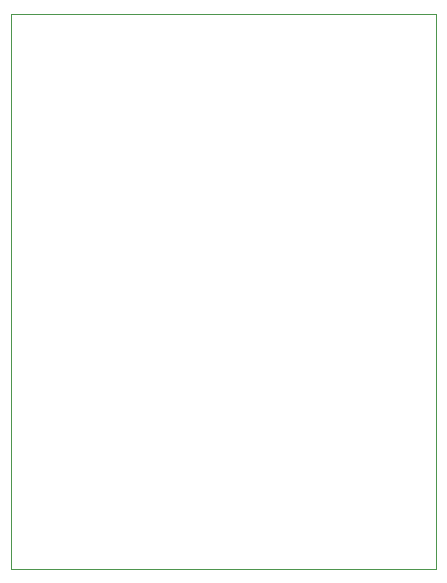
<source format=gbr>
%TF.GenerationSoftware,KiCad,Pcbnew,8.0.2*%
%TF.CreationDate,2024-06-24T13:44:33+02:00*%
%TF.ProjectId,PixelDisplay,50697865-6c44-4697-9370-6c61792e6b69,rev?*%
%TF.SameCoordinates,Original*%
%TF.FileFunction,Profile,NP*%
%FSLAX46Y46*%
G04 Gerber Fmt 4.6, Leading zero omitted, Abs format (unit mm)*
G04 Created by KiCad (PCBNEW 8.0.2) date 2024-06-24 13:44:33*
%MOMM*%
%LPD*%
G01*
G04 APERTURE LIST*
%TA.AperFunction,Profile*%
%ADD10C,0.050000*%
%TD*%
G04 APERTURE END LIST*
D10*
X134600000Y-45300000D02*
X170600000Y-45300000D01*
X170600000Y-92300000D02*
X170600000Y-45300000D01*
X134600000Y-92300000D02*
X134600000Y-45300000D01*
X170600000Y-92300000D02*
X134600000Y-92300000D01*
M02*

</source>
